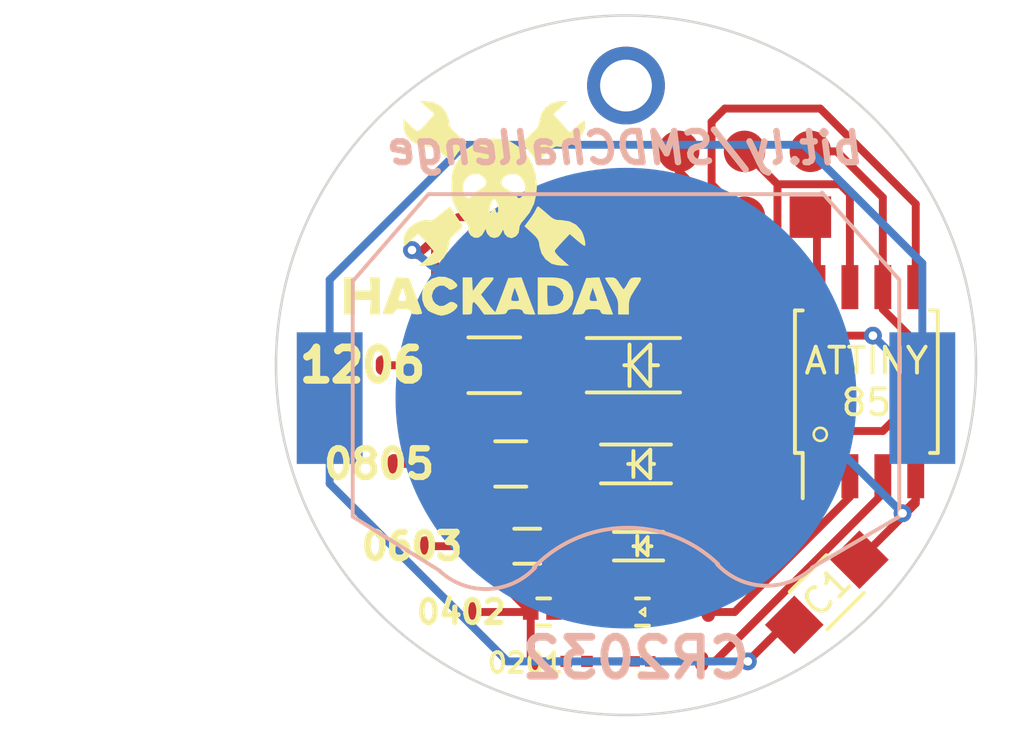
<source format=kicad_pcb>
(kicad_pcb (version 4) (host pcbnew 4.0.7)

  (general
    (links 36)
    (no_connects 0)
    (area 194.094714 78.524714 221.195286 105.625286)
    (thickness 1.6)
    (drawings 16)
    (tracks 117)
    (zones 0)
    (modules 26)
    (nets 14)
  )

  (page USLetter)
  (layers
    (0 F.Cu signal)
    (31 B.Cu signal)
    (34 B.Paste user)
    (35 F.Paste user)
    (36 B.SilkS user hide)
    (37 F.SilkS user)
    (38 B.Mask user)
    (39 F.Mask user)
    (40 Dwgs.User user)
    (44 Edge.Cuts user)
  )

  (setup
    (last_trace_width 0.1524)
    (user_trace_width 0.254)
    (user_trace_width 0.3048)
    (user_trace_width 0.4064)
    (user_trace_width 0.6096)
    (user_trace_width 2.032)
    (trace_clearance 0.1524)
    (zone_clearance 0.508)
    (zone_45_only no)
    (trace_min 0.1524)
    (segment_width 0.254)
    (edge_width 0.1)
    (via_size 0.6858)
    (via_drill 0.3302)
    (via_min_size 0.6858)
    (via_min_drill 0.3302)
    (user_via 1 0.5)
    (uvia_size 0.762)
    (uvia_drill 0.508)
    (uvias_allowed no)
    (uvia_min_size 0.508)
    (uvia_min_drill 0.127)
    (pcb_text_width 0.3)
    (pcb_text_size 1.5 1.5)
    (mod_edge_width 0.15)
    (mod_text_size 1 1)
    (mod_text_width 0.15)
    (pad_size 3 3)
    (pad_drill 2)
    (pad_to_mask_clearance 0)
    (aux_axis_origin 0 0)
    (grid_origin 210.82 95.25)
    (visible_elements 7FFEFBFF)
    (pcbplotparams
      (layerselection 0x010f0_80000001)
      (usegerberextensions true)
      (excludeedgelayer true)
      (linewidth 0.100000)
      (plotframeref false)
      (viasonmask false)
      (mode 1)
      (useauxorigin false)
      (hpglpennumber 1)
      (hpglpenspeed 20)
      (hpglpendiameter 15)
      (hpglpenoverlay 2)
      (psnegative false)
      (psa4output false)
      (plotreference true)
      (plotvalue true)
      (plotinvisibletext false)
      (padsonsilk false)
      (subtractmaskfromsilk false)
      (outputformat 1)
      (mirror false)
      (drillshape 0)
      (scaleselection 1)
      (outputdirectory gerbers/))
  )

  (net 0 "")
  (net 1 GND)
  (net 2 +BATT)
  (net 3 "Net-(CON1-Pad1)")
  (net 4 "Net-(CON1-Pad3)")
  (net 5 "Net-(CON1-Pad4)")
  (net 6 "Net-(CON1-Pad5)")
  (net 7 "Net-(D1-Pad1)")
  (net 8 "Net-(D2-Pad1)")
  (net 9 "Net-(D3-Pad1)")
  (net 10 "Net-(D0-Pad1)")
  (net 11 "Net-(D3-Pad2)")
  (net 12 "Net-(D4-Pad2)")
  (net 13 "Net-(D4-Pad1)")

  (net_class Default "This is the default net class."
    (clearance 0.1524)
    (trace_width 0.1524)
    (via_dia 0.6858)
    (via_drill 0.3302)
    (uvia_dia 0.762)
    (uvia_drill 0.508)
    (add_net +BATT)
    (add_net GND)
    (add_net "Net-(CON1-Pad1)")
    (add_net "Net-(CON1-Pad3)")
    (add_net "Net-(CON1-Pad4)")
    (add_net "Net-(CON1-Pad5)")
    (add_net "Net-(D0-Pad1)")
    (add_net "Net-(D1-Pad1)")
    (add_net "Net-(D2-Pad1)")
    (add_net "Net-(D3-Pad1)")
    (add_net "Net-(D3-Pad2)")
    (add_net "Net-(D4-Pad1)")
    (add_net "Net-(D4-Pad2)")
  )

  (module LED_0201 (layer F.Cu) (tedit 5F401E98) (tstamp 5A2CB0D7)
    (at 208.28 103.505)
    (descr "Resistor SMD 0201, reflow soldering, Vishay (see crcw0201e3.pdf)")
    (tags "resistor 0201")
    (path /58DDCAFF)
    (attr smd)
    (fp_text reference D4 (at 1.016 0.889) (layer F.SilkS) hide
      (effects (font (size 0.7 0.7) (thickness 0.175)))
    )
    (fp_text value LED (at 0 1.7) (layer F.Fab)
      (effects (font (size 1 1) (thickness 0.15)))
    )
    (fp_line (start -0.325 0.175) (end -0.325 -0.175) (layer F.CrtYd) (width 0.05))
    (fp_line (start -0.325 0.175) (end 0.325 0.175) (layer F.CrtYd) (width 0.05))
    (fp_line (start 0.325 0.175) (end 0.325 -0.175) (layer F.CrtYd) (width 0.05))
    (fp_line (start -0.325 -0.175) (end 0.325 -0.175) (layer F.CrtYd) (width 0.05))
    (fp_line (start 0.115 -0.44) (end -0.115 -0.44) (layer F.SilkS) (width 0.15))
    (fp_line (start -0.115 0.44) (end 0.115 0.44) (layer F.SilkS) (width 0.15))
    (pad 1 smd rect (at -0.3 0) (size 0.4 0.4) (layers F.Cu F.Paste F.Mask)
      (net 13 "Net-(D4-Pad1)"))
    (pad 2 smd rect (at 0.3 0) (size 0.4 0.4) (layers F.Cu F.Paste F.Mask)
      (net 12 "Net-(D4-Pad2)"))
    (model Resistors_SMD.3dshapes/R_0201.wrl
      (at (xyz 0 0 0))
      (scale (xyz 1 1 1))
      (rotate (xyz 0 0 0))
    )
  )

  (module LED_0402 (layer F.Cu) (tedit 5F401E93) (tstamp 5A2CB0C5)
    (at 208.28 101.6)
    (descr "Resistor SMD 0402, reflow soldering, Vishay (see dcrcw.pdf)")
    (tags "resistor 0402")
    (path /58D34030)
    (attr smd)
    (fp_text reference D3 (at 1.3 1) (layer F.SilkS) hide
      (effects (font (size 0.8 0.8) (thickness 0.2)))
    )
    (fp_text value LED (at 0 1.8) (layer F.Fab)
      (effects (font (size 1 1) (thickness 0.15)))
    )
    (fp_line (start 0.1 0.15) (end 0.1 -0.15) (layer F.SilkS) (width 0.1))
    (fp_line (start -0.1 0) (end 0.1 0.15) (layer F.SilkS) (width 0.1))
    (fp_line (start -0.1 0) (end 0.1 -0.15) (layer F.SilkS) (width 0.1))
    (fp_line (start -0.95 -0.65) (end 0.95 -0.65) (layer F.CrtYd) (width 0.05))
    (fp_line (start -0.95 0.65) (end 0.95 0.65) (layer F.CrtYd) (width 0.05))
    (fp_line (start -0.95 -0.65) (end -0.95 0.65) (layer F.CrtYd) (width 0.05))
    (fp_line (start 0.95 -0.65) (end 0.95 0.65) (layer F.CrtYd) (width 0.05))
    (fp_line (start 0.25 -0.525) (end -0.25 -0.525) (layer F.SilkS) (width 0.15))
    (fp_line (start -0.25 0.525) (end 0.25 0.525) (layer F.SilkS) (width 0.15))
    (pad 1 smd rect (at -0.5 0) (size 0.7 0.6) (layers F.Cu F.Paste F.Mask)
      (net 9 "Net-(D3-Pad1)"))
    (pad 2 smd rect (at 0.5 0) (size 0.7 0.6) (layers F.Cu F.Paste F.Mask)
      (net 11 "Net-(D3-Pad2)"))
    (model Resistors_SMD.3dshapes/R_0402.wrl
      (at (xyz 0 0 0))
      (scale (xyz 1 1 1))
      (rotate (xyz 0 0 0))
    )
  )

  (module footprints:BATT_CR2032_SMD (layer B.Cu) (tedit 56CFB5D2) (tstamp 5A2CB063)
    (at 207.645 93.345 180)
    (tags battery)
    (path /56CFA61E)
    (fp_text reference BT1 (at 0 -5.08 180) (layer B.SilkS) hide
      (effects (font (size 1.72974 1.08712) (thickness 0.27178)) (justify mirror))
    )
    (fp_text value Battery (at 0 2.54 180) (layer B.SilkS) hide
      (effects (font (size 1.524 1.016) (thickness 0.254)) (justify mirror))
    )
    (fp_line (start -7.1755 -6.5405) (end -10.541 -4.572) (layer B.SilkS) (width 0.15))
    (fp_line (start 7.1755 -6.6675) (end 10.541 -4.572) (layer B.SilkS) (width 0.15))
    (fp_arc (start -5.4229 -4.6355) (end -3.5179 -6.4135) (angle -90) (layer B.SilkS) (width 0.15))
    (fp_arc (start 5.4102 -4.7625) (end 7.1882 -6.6675) (angle -90) (layer B.SilkS) (width 0.15))
    (fp_arc (start -0.0635 -10.033) (end -3.556 -6.4135) (angle -90) (layer B.SilkS) (width 0.15))
    (fp_line (start 7.62 7.874) (end 10.541 4.5085) (layer B.SilkS) (width 0.15))
    (fp_line (start -10.541 4.572) (end -7.5565 7.9375) (layer B.SilkS) (width 0.15))
    (fp_line (start -7.62 7.874) (end 7.62 7.874) (layer B.SilkS) (width 0.15))
    (fp_line (start -10.541 -4.572) (end -10.541 4.572) (layer B.SilkS) (width 0.15))
    (fp_line (start 10.541 -4.572) (end 10.541 4.572) (layer B.SilkS) (width 0.15))
    (fp_circle (center 0 0) (end -10.16 0) (layer Dwgs.User) (width 0.15))
    (pad 2 smd circle (at 0 0 180) (size 17.78 17.78) (layers B.Cu B.Paste B.Mask)
      (net 1 GND))
    (pad 1 smd rect (at -11.43 0 180) (size 2.54 5.08) (layers B.Cu B.Paste B.Mask)
      (net 2 +BATT))
    (pad 1 smd rect (at 11.43 0 180) (size 2.54 5.08) (layers B.Cu B.Paste B.Mask)
      (net 2 +BATT))
  )

  (module footprints:C_1206_HandSoldering (layer F.Cu) (tedit 5902BDF4) (tstamp 5A2CB074)
    (at 215.392 100.838 225)
    (descr "Capacitor SMD 1206, hand soldering")
    (tags "capacitor 1206")
    (path /553FDF53)
    (attr smd)
    (fp_text reference C1 (at 0 0 225) (layer F.SilkS)
      (effects (font (size 1 1) (thickness 0.15)))
    )
    (fp_text value "0.1 uF" (at 0 2.3 225) (layer F.Fab)
      (effects (font (size 1 1) (thickness 0.15)))
    )
    (fp_line (start -3.3 -1.15) (end 3.3 -1.15) (layer F.CrtYd) (width 0.05))
    (fp_line (start -3.3 1.15) (end 3.3 1.15) (layer F.CrtYd) (width 0.05))
    (fp_line (start -3.3 -1.15) (end -3.3 1.15) (layer F.CrtYd) (width 0.05))
    (fp_line (start 3.3 -1.15) (end 3.3 1.15) (layer F.CrtYd) (width 0.05))
    (fp_line (start 1 -1.025) (end -1 -1.025) (layer F.SilkS) (width 0.15))
    (fp_line (start -1 1.025) (end 1 1.025) (layer F.SilkS) (width 0.15))
    (pad 1 smd rect (at -1.778 0 225) (size 1.6 1.6) (layers F.Cu F.Paste F.Mask)
      (net 1 GND))
    (pad 2 smd rect (at 1.778 0 225) (size 1.6 1.6) (layers F.Cu F.Paste F.Mask)
      (net 2 +BATT))
    (model Capacitors_SMD.3dshapes/C_1206.wrl
      (at (xyz 0 0 0))
      (scale (xyz 1 1 1))
      (rotate (xyz 0 0 0))
    )
  )

  (module footprints:AVR-ISP-6 (layer F.Cu) (tedit 5860A6AE) (tstamp 5A2CB07F)
    (at 214.757 83.82 270)
    (descr "6-lead dip package, row spacing 7.62 mm (300 mils)")
    (tags "dil dip 2.54 300")
    (path /58609061)
    (fp_text reference CON1 (at 0 -2.54 270) (layer F.SilkS) hide
      (effects (font (size 1 1) (thickness 0.15)))
    )
    (fp_text value AVR-ISP-6 (at 0 -3.72 270) (layer F.Fab) hide
      (effects (font (size 1 1) (thickness 0.15)))
    )
    (pad 1 smd oval (at 0 0 270) (size 1.6 1.6) (layers F.Cu F.Paste F.Mask)
      (net 3 "Net-(CON1-Pad1)"))
    (pad 2 smd rect (at 2.54 0 270) (size 1.6 1.6) (layers F.Cu F.Paste F.Mask)
      (net 2 +BATT))
    (pad 3 smd oval (at 0 2.54 270) (size 1.6 1.6) (layers F.Cu F.Paste F.Mask)
      (net 4 "Net-(CON1-Pad3)"))
    (pad 4 smd oval (at 2.54 2.54 270) (size 1.6 1.6) (layers F.Cu F.Paste F.Mask)
      (net 5 "Net-(CON1-Pad4)"))
    (pad 5 smd oval (at 0 5.08 270) (size 1.6 1.6) (layers F.Cu F.Paste F.Mask)
      (net 6 "Net-(CON1-Pad5)"))
    (pad 6 smd oval (at 2.54 5.08 270) (size 1.6 1.6) (layers F.Cu F.Paste F.Mask)
      (net 1 GND))
  )

  (module footprints:LED-1206 (layer F.Cu) (tedit 5F401E7F) (tstamp 5A2CB088)
    (at 208.28 92.075)
    (descr "LED 1206 smd package")
    (tags "LED1206 SMD")
    (path /58C49927)
    (attr smd)
    (fp_text reference D0 (at 2.667 1.778) (layer F.SilkS) hide
      (effects (font (size 1.25 1.25) (thickness 0.3125)))
    )
    (fp_text value LED (at 0 2) (layer F.Fab)
      (effects (font (size 1 1) (thickness 0.15)))
    )
    (fp_line (start -0.5 0.7) (end -0.5 0.8) (layer F.SilkS) (width 0.15))
    (fp_line (start -0.5 -0.7) (end -0.5 -0.8) (layer F.SilkS) (width 0.15))
    (fp_line (start 0.3 0) (end 0.6 0) (layer F.SilkS) (width 0.15))
    (fp_line (start 0.3 0.8) (end 0.3 -0.7) (layer F.SilkS) (width 0.15))
    (fp_line (start 0.3 -0.7) (end 0.3 -0.8) (layer F.SilkS) (width 0.15))
    (fp_line (start 0.2 0.7) (end 0.3 0.8) (layer F.SilkS) (width 0.15))
    (fp_line (start 0.2 -0.7) (end 0.3 -0.8) (layer F.SilkS) (width 0.15))
    (fp_line (start -0.7 0) (end -0.5 0) (layer F.SilkS) (width 0.15))
    (fp_line (start -0.5 0.5) (end -0.5 0.7) (layer F.SilkS) (width 0.15))
    (fp_line (start -0.5 -0.5) (end -0.5 -0.7) (layer F.SilkS) (width 0.15))
    (fp_line (start -0.4 0) (end 0.2 0.7) (layer F.SilkS) (width 0.15))
    (fp_line (start 0.2 -0.7) (end -0.4 -0.1) (layer F.SilkS) (width 0.15))
    (fp_line (start -2.15 1.05) (end 1.45 1.05) (layer F.SilkS) (width 0.15))
    (fp_line (start -2.15 -1.05) (end 1.45 -1.05) (layer F.SilkS) (width 0.15))
    (fp_line (start -0.5 -0.5) (end -0.5 0.5) (layer F.SilkS) (width 0.15))
    (fp_line (start 2.5 -1.25) (end -2.5 -1.25) (layer F.CrtYd) (width 0.05))
    (fp_line (start -2.5 -1.25) (end -2.5 1.25) (layer F.CrtYd) (width 0.05))
    (fp_line (start -2.5 1.25) (end 2.5 1.25) (layer F.CrtYd) (width 0.05))
    (fp_line (start 2.5 1.25) (end 2.5 -1.25) (layer F.CrtYd) (width 0.05))
    (pad 2 smd rect (at 1.524 0 180) (size 1.7 1.80086) (layers F.Cu F.Paste F.Mask)
      (net 5 "Net-(CON1-Pad4)"))
    (pad 1 smd rect (at -1.651 0 180) (size 1.7 1.80086) (layers F.Cu F.Paste F.Mask)
      (net 10 "Net-(D0-Pad1)"))
    (model LEDs.3dshapes/LED_1206.wrl
      (at (xyz 0 0 0))
      (scale (xyz 1 1 1))
      (rotate (xyz 0 0 0))
    )
  )

  (module footprints:LED-0805 (layer F.Cu) (tedit 5F401E85) (tstamp 5A2CB0A0)
    (at 208.28 95.885)
    (descr "LED 0805 smd package")
    (tags "LED 0805 SMD")
    (path /58D338E3)
    (attr smd)
    (fp_text reference D1 (at 2.2225 1.4605) (layer F.SilkS) hide
      (effects (font (size 1.2 1.2) (thickness 0.3)))
    )
    (fp_text value LED (at 0 1.75) (layer F.Fab)
      (effects (font (size 1 1) (thickness 0.15)))
    )
    (fp_line (start 0.3 0) (end 0.45 0) (layer F.SilkS) (width 0.15))
    (fp_line (start -0.55 0) (end -0.2 0) (layer F.SilkS) (width 0.15))
    (fp_line (start -0.25 0) (end 0.3 -0.55) (layer F.SilkS) (width 0.15))
    (fp_line (start 0.3 -0.55) (end 0.3 0.55) (layer F.SilkS) (width 0.15))
    (fp_line (start 0.3 0.55) (end -0.25 0) (layer F.SilkS) (width 0.15))
    (fp_line (start -0.35 -0.35) (end -0.35 -0.5) (layer F.SilkS) (width 0.15))
    (fp_line (start -0.35 0.35) (end -0.35 0.5) (layer F.SilkS) (width 0.15))
    (fp_line (start -1.6 0.75) (end 1.1 0.75) (layer F.SilkS) (width 0.15))
    (fp_line (start -1.6 -0.75) (end 1.1 -0.75) (layer F.SilkS) (width 0.15))
    (fp_line (start -0.35 -0.35) (end -0.35 0.35) (layer F.SilkS) (width 0.15))
    (fp_line (start 1.9 -0.95) (end 1.9 0.95) (layer F.CrtYd) (width 0.05))
    (fp_line (start 1.9 0.95) (end -1.9 0.95) (layer F.CrtYd) (width 0.05))
    (fp_line (start -1.9 0.95) (end -1.9 -0.95) (layer F.CrtYd) (width 0.05))
    (fp_line (start -1.9 -0.95) (end 1.9 -0.95) (layer F.CrtYd) (width 0.05))
    (pad 2 smd rect (at 1.143 0 180) (size 1.3 1.19888) (layers F.Cu F.Paste F.Mask)
      (net 3 "Net-(CON1-Pad1)"))
    (pad 1 smd rect (at -1.27 0 180) (size 1.3 1.19888) (layers F.Cu F.Paste F.Mask)
      (net 7 "Net-(D1-Pad1)"))
    (model LEDs.3dshapes/LED-0805.wrl
      (at (xyz 0 0 0))
      (scale (xyz 1 1 1))
      (rotate (xyz 0 0 0))
    )
    (model LEDs.3dshapes/LED_0805.wrl
      (at (xyz 0 0 0))
      (scale (xyz 1 1 1))
      (rotate (xyz 0 0 0))
    )
  )

  (module footprints:LED-0603 (layer F.Cu) (tedit 5F401E8E) (tstamp 5A2CB0B3)
    (at 208.28 99.06)
    (descr "LED 0603 smd package")
    (tags "LED led 0603 SMD smd SMT smt smdled SMDLED smtled SMTLED")
    (path /58D33940)
    (attr smd)
    (fp_text reference D2 (at 1.778 1.0795) (layer F.SilkS) hide
      (effects (font (size 1 1) (thickness 0.25)))
    )
    (fp_text value LED (at 0 1.5) (layer F.Fab)
      (effects (font (size 1 1) (thickness 0.15)))
    )
    (fp_line (start 0.2 0) (end 0.35 0) (layer F.SilkS) (width 0.15))
    (fp_line (start -0.35 0) (end -0.15 0) (layer F.SilkS) (width 0.15))
    (fp_line (start -0.1 0) (end 0.2 -0.35) (layer F.SilkS) (width 0.15))
    (fp_line (start 0.2 -0.35) (end 0.2 0.35) (layer F.SilkS) (width 0.15))
    (fp_line (start 0.2 0.35) (end -0.2 0) (layer F.SilkS) (width 0.15))
    (fp_line (start -0.2 0) (end -0.15 0) (layer F.SilkS) (width 0.15))
    (fp_line (start -0.2 -0.4) (end -0.2 0.35) (layer F.SilkS) (width 0.15))
    (fp_line (start -1.1 0.55) (end 0.8 0.55) (layer F.SilkS) (width 0.15))
    (fp_line (start -1.1 -0.55) (end 0.8 -0.55) (layer F.SilkS) (width 0.15))
    (fp_line (start 1.4 -0.75) (end 1.4 0.75) (layer F.CrtYd) (width 0.05))
    (fp_line (start 1.4 0.75) (end -1.4 0.75) (layer F.CrtYd) (width 0.05))
    (fp_line (start -1.4 0.75) (end -1.4 -0.75) (layer F.CrtYd) (width 0.05))
    (fp_line (start -1.4 -0.75) (end 1.4 -0.75) (layer F.CrtYd) (width 0.05))
    (pad 2 smd rect (at 0.889 0 180) (size 1 0.79756) (layers F.Cu F.Paste F.Mask)
      (net 4 "Net-(CON1-Pad3)"))
    (pad 1 smd rect (at -0.889 0 180) (size 1 0.79756) (layers F.Cu F.Paste F.Mask)
      (net 8 "Net-(D2-Pad1)"))
    (model LEDs.3dshapes/LED_0603.wrl
      (at (xyz 0 0 0))
      (scale (xyz 1 1 1))
      (rotate (xyz 0 0 0))
    )
  )

  (module footprints:SOIJ-8_5.3x5.3mm_Pitch1.27mm (layer F.Cu) (tedit 5902B706) (tstamp 5A2CB0E9)
    (at 216.916 92.71 90)
    (descr "8-Lead Plastic Small Outline (SM) - Medium, 5.28 mm Body [SOIC] (see Microchip Packaging Specification 00000049BS.pdf)")
    (tags "SOIC 1.27")
    (path /58C478D3)
    (attr smd)
    (fp_text reference IC1 (at -1.27 2.159 90) (layer F.SilkS) hide
      (effects (font (size 1 1) (thickness 0.15)))
    )
    (fp_text value IC1 (at 0 3.68 90) (layer F.Fab)
      (effects (font (size 1 1) (thickness 0.15)))
    )
    (fp_circle (center -2.032 -1.778) (end -2.286 -1.778) (layer F.SilkS) (width 0.1))
    (fp_line (start -4.75 -2.95) (end -4.75 2.95) (layer F.CrtYd) (width 0.05))
    (fp_line (start 4.75 -2.95) (end 4.75 2.95) (layer F.CrtYd) (width 0.05))
    (fp_line (start -4.75 -2.95) (end 4.75 -2.95) (layer F.CrtYd) (width 0.05))
    (fp_line (start -4.75 2.95) (end 4.75 2.95) (layer F.CrtYd) (width 0.05))
    (fp_line (start -2.75 -2.755) (end -2.75 -2.455) (layer F.SilkS) (width 0.15))
    (fp_line (start 2.75 -2.755) (end 2.75 -2.455) (layer F.SilkS) (width 0.15))
    (fp_line (start 2.75 2.755) (end 2.75 2.455) (layer F.SilkS) (width 0.15))
    (fp_line (start -2.75 2.755) (end -2.75 2.455) (layer F.SilkS) (width 0.15))
    (fp_line (start -2.75 -2.755) (end 2.75 -2.755) (layer F.SilkS) (width 0.15))
    (fp_line (start -2.75 2.755) (end 2.75 2.755) (layer F.SilkS) (width 0.15))
    (fp_line (start -2.75 -2.455) (end -4.5 -2.455) (layer F.SilkS) (width 0.15))
    (pad 1 smd rect (at -3.65 -1.905 90) (size 1.7 0.65) (layers F.Cu F.Paste F.Mask)
      (net 6 "Net-(CON1-Pad5)"))
    (pad 2 smd rect (at -3.65 -0.635 90) (size 1.7 0.65) (layers F.Cu F.Paste F.Mask)
      (net 11 "Net-(D3-Pad2)"))
    (pad 3 smd rect (at -3.65 0.635 90) (size 1.7 0.65) (layers F.Cu F.Paste F.Mask)
      (net 12 "Net-(D4-Pad2)"))
    (pad 4 smd rect (at -3.65 1.905 90) (size 1.7 0.65) (layers F.Cu F.Paste F.Mask)
      (net 1 GND))
    (pad 5 smd rect (at 3.65 1.905 90) (size 1.7 0.65) (layers F.Cu F.Paste F.Mask)
      (net 5 "Net-(CON1-Pad4)"))
    (pad 6 smd rect (at 3.65 0.635 90) (size 1.7 0.65) (layers F.Cu F.Paste F.Mask)
      (net 3 "Net-(CON1-Pad1)"))
    (pad 7 smd rect (at 3.65 -0.635 90) (size 1.7 0.65) (layers F.Cu F.Paste F.Mask)
      (net 4 "Net-(CON1-Pad3)"))
    (pad 8 smd rect (at 3.65 -1.905 90) (size 1.7 0.65) (layers F.Cu F.Paste F.Mask)
      (net 2 +BATT))
    (model Housings_SOIC.3dshapes/SOIJ-8_5.3x5.3mm_Pitch1.27mm.wrl
      (at (xyz 0 0 0))
      (scale (xyz 1 1 1))
      (rotate (xyz 0 0 0))
    )
  )

  (module footprints:testPad (layer F.Cu) (tedit 5902BD57) (tstamp 5A2CB100)
    (at 212.09 92.075)
    (descr "module 1 pin (ou trou mecanique de percage)")
    (tags DEV)
    (path /5902B2A3)
    (fp_text reference P0 (at -0.0635 0) (layer F.SilkS) hide
      (effects (font (size 0.635 0.635) (thickness 0.127)))
    )
    (fp_text value CONN_01X01 (at 0 0) (layer F.Fab)
      (effects (font (size 0.127 0.127) (thickness 0.03175)))
    )
    (pad 1 smd oval (at 0 0) (size 0.508 0.762) (layers F.Cu F.Paste F.Mask)
      (net 5 "Net-(CON1-Pad4)"))
  )

  (module footprints:testPad (layer F.Cu) (tedit 5902BD57) (tstamp 5A2CB104)
    (at 211.582 95.885)
    (descr "module 1 pin (ou trou mecanique de percage)")
    (tags DEV)
    (path /5902B324)
    (fp_text reference P1 (at -0.0635 0) (layer F.SilkS) hide
      (effects (font (size 0.635 0.635) (thickness 0.127)))
    )
    (fp_text value CONN_01X01 (at 0 0) (layer F.Fab)
      (effects (font (size 0.127 0.127) (thickness 0.03175)))
    )
    (pad 1 smd oval (at 0 0) (size 0.508 0.762) (layers F.Cu F.Paste F.Mask)
      (net 3 "Net-(CON1-Pad1)"))
  )

  (module footprints:testPad (layer F.Cu) (tedit 5902BD57) (tstamp 5A2CB108)
    (at 211.201 99.06)
    (descr "module 1 pin (ou trou mecanique de percage)")
    (tags DEV)
    (path /5902B382)
    (fp_text reference P2 (at -0.0635 0) (layer F.SilkS) hide
      (effects (font (size 0.635 0.635) (thickness 0.127)))
    )
    (fp_text value CONN_01X01 (at 0 0) (layer F.Fab)
      (effects (font (size 0.127 0.127) (thickness 0.03175)))
    )
    (pad 1 smd oval (at 0 0) (size 0.508 0.762) (layers F.Cu F.Paste F.Mask)
      (net 4 "Net-(CON1-Pad3)"))
  )

  (module footprints:testPad (layer F.Cu) (tedit 5902BD57) (tstamp 5A2CB10C)
    (at 210.82 101.6)
    (descr "module 1 pin (ou trou mecanique de percage)")
    (tags DEV)
    (path /5902B3ED)
    (fp_text reference P3 (at -0.0635 0) (layer F.SilkS) hide
      (effects (font (size 0.635 0.635) (thickness 0.127)))
    )
    (fp_text value CONN_01X01 (at 0 0) (layer F.Fab)
      (effects (font (size 0.127 0.127) (thickness 0.03175)))
    )
    (pad 1 smd oval (at 0 0) (size 0.508 0.762) (layers F.Cu F.Paste F.Mask)
      (net 11 "Net-(D3-Pad2)"))
  )

  (module footprints:testPad (layer F.Cu) (tedit 5902BD57) (tstamp 5A2CB110)
    (at 210.566 103.505)
    (descr "module 1 pin (ou trou mecanique de percage)")
    (tags DEV)
    (path /5902B44F)
    (fp_text reference P4 (at -0.0635 0) (layer F.SilkS) hide
      (effects (font (size 0.635 0.635) (thickness 0.127)))
    )
    (fp_text value CONN_01X01 (at 0 0) (layer F.Fab)
      (effects (font (size 0.127 0.127) (thickness 0.03175)))
    )
    (pad 1 smd oval (at 0 0) (size 0.508 0.762) (layers F.Cu F.Paste F.Mask)
      (net 12 "Net-(D4-Pad2)"))
  )

  (module footprints:testPad (layer F.Cu) (tedit 5902BD57) (tstamp 5A2CB114)
    (at 198.247 92.075)
    (descr "module 1 pin (ou trou mecanique de percage)")
    (tags DEV)
    (path /5902AF42)
    (fp_text reference PG0 (at -0.0635 0) (layer F.SilkS) hide
      (effects (font (size 0.635 0.635) (thickness 0.127)))
    )
    (fp_text value CONN_01X01 (at 0 0) (layer F.Fab)
      (effects (font (size 0.127 0.127) (thickness 0.03175)))
    )
    (pad 1 smd oval (at 0 0) (size 0.508 0.762) (layers F.Cu F.Paste F.Mask)
      (net 1 GND))
  )

  (module footprints:testPad (layer F.Cu) (tedit 5902BD57) (tstamp 5A2CB118)
    (at 198.6915 95.885)
    (descr "module 1 pin (ou trou mecanique de percage)")
    (tags DEV)
    (path /5902AFA3)
    (fp_text reference PG1 (at -0.0635 0) (layer F.SilkS) hide
      (effects (font (size 0.635 0.635) (thickness 0.127)))
    )
    (fp_text value CONN_01X01 (at 0 0) (layer F.Fab)
      (effects (font (size 0.127 0.127) (thickness 0.03175)))
    )
    (pad 1 smd oval (at 0 0) (size 0.508 0.762) (layers F.Cu F.Paste F.Mask)
      (net 1 GND))
  )

  (module footprints:testPad (layer F.Cu) (tedit 5902BD57) (tstamp 5A2CB11C)
    (at 199.898 99.06)
    (descr "module 1 pin (ou trou mecanique de percage)")
    (tags DEV)
    (path /5902AFF0)
    (fp_text reference PG2 (at -0.0635 0) (layer F.SilkS) hide
      (effects (font (size 0.635 0.635) (thickness 0.127)))
    )
    (fp_text value CONN_01X01 (at 0 0) (layer F.Fab)
      (effects (font (size 0.127 0.127) (thickness 0.03175)))
    )
    (pad 1 smd oval (at 0 0) (size 0.508 0.762) (layers F.Cu F.Paste F.Mask)
      (net 1 GND))
  )

  (module footprints:testPad (layer F.Cu) (tedit 5902BD57) (tstamp 5A2CB120)
    (at 201.7395 101.6)
    (descr "module 1 pin (ou trou mecanique de percage)")
    (tags DEV)
    (path /5902B040)
    (fp_text reference PG3 (at -0.0635 0) (layer F.SilkS) hide
      (effects (font (size 0.635 0.635) (thickness 0.127)))
    )
    (fp_text value CONN_01X01 (at 0 0) (layer F.Fab)
      (effects (font (size 0.127 0.127) (thickness 0.03175)))
    )
    (pad 1 smd oval (at 0 0) (size 0.508 0.762) (layers F.Cu F.Paste F.Mask)
      (net 1 GND))
  )

  (module footprints:testPad (layer F.Cu) (tedit 5902BD57) (tstamp 5A2CB124)
    (at 204.1525 103.505)
    (descr "module 1 pin (ou trou mecanique de percage)")
    (tags DEV)
    (path /5902B093)
    (fp_text reference PG4 (at -0.0635 0) (layer F.SilkS) hide
      (effects (font (size 0.635 0.635) (thickness 0.127)))
    )
    (fp_text value CONN_01X01 (at 0 0) (layer F.Fab)
      (effects (font (size 0.127 0.127) (thickness 0.03175)))
    )
    (pad 1 smd oval (at 0 0) (size 0.508 0.762) (layers F.Cu F.Paste F.Mask)
      (net 1 GND))
  )

  (module footprints:R_1206 (layer F.Cu) (tedit 5902A5E4) (tstamp 5A2CB128)
    (at 202.565 92.075 180)
    (descr "Resistor SMD 1206, reflow soldering, Vishay (see dcrcw.pdf)")
    (tags "resistor 1206")
    (path /56CEB2B5)
    (attr smd)
    (fp_text reference R0 (at 0 0 180) (layer F.SilkS) hide
      (effects (font (size 1.25 1.25) (thickness 0.2)))
    )
    (fp_text value 330 (at 0 2.3 180) (layer F.Fab)
      (effects (font (size 1 1) (thickness 0.15)))
    )
    (fp_line (start -2.2 -1.2) (end 2.2 -1.2) (layer F.CrtYd) (width 0.05))
    (fp_line (start -2.2 1.2) (end 2.2 1.2) (layer F.CrtYd) (width 0.05))
    (fp_line (start -2.2 -1.2) (end -2.2 1.2) (layer F.CrtYd) (width 0.05))
    (fp_line (start 2.2 -1.2) (end 2.2 1.2) (layer F.CrtYd) (width 0.05))
    (fp_line (start 1 1.075) (end -1 1.075) (layer F.SilkS) (width 0.15))
    (fp_line (start -1 -1.075) (end 1 -1.075) (layer F.SilkS) (width 0.15))
    (pad 1 smd rect (at -1.778 0 180) (size 1.1 1.7) (layers F.Cu F.Paste F.Mask)
      (net 10 "Net-(D0-Pad1)"))
    (pad 2 smd rect (at 1.651 0 180) (size 1.1 1.7) (layers F.Cu F.Paste F.Mask)
      (net 1 GND))
    (model Resistors_SMD.3dshapes/R_1206.wrl
      (at (xyz 0 0 0))
      (scale (xyz 1 1 1))
      (rotate (xyz 0 0 0))
    )
  )

  (module footprints:R_0805 (layer F.Cu) (tedit 58DFDC5C) (tstamp 5A2CB133)
    (at 203.2 95.885 180)
    (descr "Resistor SMD 0805, reflow soldering, Vishay (see dcrcw.pdf)")
    (tags "resistor 0805")
    (path /58D3397B)
    (attr smd)
    (fp_text reference R1 (at 0 0 180) (layer F.SilkS) hide
      (effects (font (size 1 1) (thickness 0.15)))
    )
    (fp_text value 330 (at 0 2.1 180) (layer F.Fab)
      (effects (font (size 1 1) (thickness 0.15)))
    )
    (fp_line (start -1.6 -1) (end 1.6 -1) (layer F.CrtYd) (width 0.05))
    (fp_line (start -1.6 1) (end 1.6 1) (layer F.CrtYd) (width 0.05))
    (fp_line (start -1.6 -1) (end -1.6 1) (layer F.CrtYd) (width 0.05))
    (fp_line (start 1.6 -1) (end 1.6 1) (layer F.CrtYd) (width 0.05))
    (fp_line (start 0.6 0.875) (end -0.6 0.875) (layer F.SilkS) (width 0.15))
    (fp_line (start -0.6 -0.875) (end 0.6 -0.875) (layer F.SilkS) (width 0.15))
    (pad 1 smd rect (at -1.143 0 180) (size 0.9 1.3) (layers F.Cu F.Paste F.Mask)
      (net 7 "Net-(D1-Pad1)"))
    (pad 2 smd rect (at 1.143 0 180) (size 0.9 1.3) (layers F.Cu F.Paste F.Mask)
      (net 1 GND))
    (model Resistors_SMD.3dshapes/R_0805.wrl
      (at (xyz 0 0 0))
      (scale (xyz 1 1 1))
      (rotate (xyz 0 0 0))
    )
  )

  (module footprints:R_0603 (layer F.Cu) (tedit 5902A5F6) (tstamp 5A2CB13E)
    (at 203.835 99.06 180)
    (descr "Resistor SMD 0603, reflow soldering, Vishay (see dcrcw.pdf)")
    (tags "resistor 0603")
    (path /58D339BB)
    (attr smd)
    (fp_text reference R2 (at 0 0 180) (layer F.SilkS) hide
      (effects (font (size 1 1) (thickness 0.15)))
    )
    (fp_text value 330 (at 0 1.9 180) (layer F.Fab)
      (effects (font (size 1 1) (thickness 0.15)))
    )
    (fp_line (start -1.3 -0.8) (end 1.3 -0.8) (layer F.CrtYd) (width 0.05))
    (fp_line (start -1.3 0.8) (end 1.3 0.8) (layer F.CrtYd) (width 0.05))
    (fp_line (start -1.3 -0.8) (end -1.3 0.8) (layer F.CrtYd) (width 0.05))
    (fp_line (start 1.3 -0.8) (end 1.3 0.8) (layer F.CrtYd) (width 0.05))
    (fp_line (start 0.5 0.675) (end -0.5 0.675) (layer F.SilkS) (width 0.15))
    (fp_line (start -0.5 -0.675) (end 0.5 -0.675) (layer F.SilkS) (width 0.15))
    (pad 1 smd rect (at -0.889 0 180) (size 0.7 0.9) (layers F.Cu F.Paste F.Mask)
      (net 8 "Net-(D2-Pad1)"))
    (pad 2 smd rect (at 1.016 0 180) (size 0.7 0.9) (layers F.Cu F.Paste F.Mask)
      (net 1 GND))
    (model Resistors_SMD.3dshapes/R_0603.wrl
      (at (xyz 0 0 0))
      (scale (xyz 1 1 1))
      (rotate (xyz 0 0 0))
    )
  )

  (module footprints:R_0402 (layer F.Cu) (tedit 58DFDC4A) (tstamp 5A2CB149)
    (at 204.47 101.6 180)
    (descr "Resistor SMD 0402, reflow soldering, Vishay (see dcrcw.pdf)")
    (tags "resistor 0402")
    (path /58D3406E)
    (attr smd)
    (fp_text reference R3 (at 0 0 180) (layer Dwgs.User) hide
      (effects (font (size 1 1) (thickness 0.15)))
    )
    (fp_text value 330 (at 0 1.8 180) (layer F.Fab)
      (effects (font (size 1 1) (thickness 0.15)))
    )
    (fp_line (start -0.95 -0.65) (end 0.95 -0.65) (layer F.CrtYd) (width 0.05))
    (fp_line (start -0.95 0.65) (end 0.95 0.65) (layer F.CrtYd) (width 0.05))
    (fp_line (start -0.95 -0.65) (end -0.95 0.65) (layer F.CrtYd) (width 0.05))
    (fp_line (start 0.95 -0.65) (end 0.95 0.65) (layer F.CrtYd) (width 0.05))
    (fp_line (start 0.25 -0.525) (end -0.25 -0.525) (layer F.SilkS) (width 0.15))
    (fp_line (start -0.25 0.525) (end 0.25 0.525) (layer F.SilkS) (width 0.15))
    (pad 1 smd rect (at -0.4 0 180) (size 0.6 0.6) (layers F.Cu F.Paste F.Mask)
      (net 9 "Net-(D3-Pad1)"))
    (pad 2 smd rect (at 0.5 0 180) (size 0.6 0.6) (layers F.Cu F.Paste F.Mask)
      (net 1 GND))
    (model Resistors_SMD.3dshapes/R_0402.wrl
      (at (xyz 0 0 0))
      (scale (xyz 1 1 1))
      (rotate (xyz 0 0 0))
    )
  )

  (module footprints:R_0201 (layer F.Cu) (tedit 5A2C7C82) (tstamp 5A2CB154)
    (at 205.74 103.505 180)
    (descr "Resistor SMD 0201, reflow soldering, Vishay (see crcw0201e3.pdf)")
    (tags "resistor 0201")
    (path /58DDCB43)
    (attr smd)
    (fp_text reference R4 (at 1.397 0.762 180) (layer F.SilkS) hide
      (effects (font (size 0.762 0.762) (thickness 0.15)))
    )
    (fp_text value 330 (at 0 1.7 180) (layer F.Fab)
      (effects (font (size 1 1) (thickness 0.15)))
    )
    (fp_line (start 0.35 -0.175) (end 0.35 0.175) (layer F.CrtYd) (width 0.05))
    (fp_line (start -0.325 -0.25) (end 0.325 -0.25) (layer F.CrtYd) (width 0.05))
    (fp_line (start -0.325 0.25) (end 0.325 0.25) (layer F.CrtYd) (width 0.05))
    (fp_line (start -0.35 -0.175) (end -0.35 0.175) (layer F.CrtYd) (width 0.05))
    (fp_line (start 0.115 -0.44) (end -0.115 -0.44) (layer F.SilkS) (width 0.15))
    (fp_line (start -0.115 0.44) (end 0.115 0.44) (layer F.SilkS) (width 0.15))
    (pad 1 smd rect (at -0.4 0 180) (size 0.45 0.43) (layers F.Cu F.Paste F.Mask)
      (net 13 "Net-(D4-Pad1)"))
    (pad 2 smd rect (at 0.4 0 180) (size 0.45 0.43) (layers F.Cu F.Paste F.Mask)
      (net 1 GND))
    (model Resistors_SMD.3dshapes/R_0201.wrl
      (at (xyz 0 0 0))
      (scale (xyz 1 1 1))
      (rotate (xyz 0 0 0))
    )
  )

  (module footprints:Pin_Header_Straight_1x01 (layer F.Cu) (tedit 5A2CB1FD) (tstamp 5A2CB193)
    (at 207.645 81.28)
    (descr "Through hole pin header")
    (tags "pin header")
    (path /5860AE9A)
    (fp_text reference P5 (at -0.6 -0.5) (layer F.SilkS) hide
      (effects (font (size 0.127 0.127) (thickness 0.03175)))
    )
    (fp_text value CONN_01X01 (at 0 0.9) (layer F.Fab)
      (effects (font (size 0.127 0.127) (thickness 0.03175)))
    )
    (pad 1 thru_hole circle (at 0 0) (size 3 3) (drill 2) (layers *.Cu *.Mask))
  )

  (module footprints:Hackaday_logo (layer F.Cu) (tedit 0) (tstamp 5F4052FC)
    (at 202.52 86.25)
    (fp_text reference G*** (at 0 0) (layer F.SilkS) hide
      (effects (font (thickness 0.3)))
    )
    (fp_text value LOGO (at 0.75 0) (layer F.SilkS) hide
      (effects (font (thickness 0.3)))
    )
    (fp_poly (pts (xy -1.848559 2.418153) (xy -1.61031 2.510834) (xy -1.525496 2.571937) (xy -1.411259 2.680312)
      (xy -1.382078 2.755911) (xy -1.437383 2.82065) (xy -1.517833 2.86701) (xy -1.624911 2.913186)
      (xy -1.692922 2.9012) (xy -1.754306 2.842915) (xy -1.895571 2.751425) (xy -2.055211 2.745509)
      (xy -2.206494 2.819701) (xy -2.317413 2.958027) (xy -2.369379 3.152162) (xy -2.321176 3.333724)
      (xy -2.225007 3.452994) (xy -2.068151 3.543314) (xy -1.900877 3.532754) (xy -1.763296 3.453737)
      (xy -1.656104 3.386865) (xy -1.562196 3.38763) (xy -1.502445 3.411091) (xy -1.407153 3.473242)
      (xy -1.3716 3.529899) (xy -1.414168 3.620934) (xy -1.522114 3.723983) (xy -1.665801 3.815077)
      (xy -1.782231 3.862013) (xy -1.9208 3.897787) (xy -2.021979 3.903963) (xy -2.134594 3.878128)
      (xy -2.248382 3.83899) (xy -2.393196 3.778081) (xy -2.504977 3.715436) (xy -2.518431 3.70522)
      (xy -2.653537 3.532149) (xy -2.72697 3.308238) (xy -2.737425 3.064372) (xy -2.683594 2.831436)
      (xy -2.564167 2.640314) (xy -2.563547 2.639665) (xy -2.350777 2.484239) (xy -2.103915 2.409845)
      (xy -1.848559 2.418153)) (layer F.SilkS) (width 0.01))
    (fp_poly (pts (xy -4.3688 2.4384) (xy -4.3688 3.8608) (xy -4.7498 3.860938) (xy -4.732399 3.581469)
      (xy -4.714997 3.302) (xy -5.334 3.302) (xy -5.334 3.8608) (xy -5.7404 3.8608)
      (xy -5.7404 2.4384) (xy -5.334 2.4384) (xy -5.334 2.9464) (xy -4.714595 2.9464)
      (xy -4.732198 2.692368) (xy -4.7498 2.438336) (xy -4.3688 2.4384)) (layer F.SilkS) (width 0.01))
    (fp_poly (pts (xy -3.242919 2.4638) (xy -2.99306 3.119058) (xy -2.902127 3.360512) (xy -2.825991 3.568355)
      (xy -2.771302 3.723999) (xy -2.744708 3.808856) (xy -2.7432 3.817558) (xy -2.788236 3.84483)
      (xy -2.900517 3.85981) (xy -2.942977 3.8608) (xy -3.084479 3.847759) (xy -3.15616 3.800049)
      (xy -3.175 3.7592) (xy -3.210082 3.699444) (xy -3.284204 3.668642) (xy -3.424126 3.658108)
      (xy -3.48798 3.6576) (xy -3.653846 3.663141) (xy -3.744714 3.685556) (xy -3.786856 3.73353)
      (xy -3.795281 3.7592) (xy -3.832177 3.82433) (xy -3.916623 3.85437) (xy -4.04996 3.8608)
      (xy -4.188722 3.855553) (xy -4.247375 3.833279) (xy -4.247156 3.784178) (xy -4.242569 3.7719)
      (xy -4.212066 3.692368) (xy -4.154134 3.53869) (xy -4.076696 3.331971) (xy -4.070255 3.314701)
      (xy -3.647776 3.314701) (xy -3.601505 3.348005) (xy -3.510708 3.3528) (xy -3.395416 3.336901)
      (xy -3.356962 3.281167) (xy -3.356665 3.2639) (xy -3.376587 3.157816) (xy -3.42022 3.015651)
      (xy -3.426964 2.9972) (xy -3.493398 2.8194) (xy -3.549694 2.96134) (xy -3.603355 3.112675)
      (xy -3.637302 3.22804) (xy -3.647776 3.314701) (xy -4.070255 3.314701) (xy -3.987675 3.093315)
      (xy -3.974658 3.058339) (xy -3.742249 2.433678) (xy -3.242919 2.4638)) (layer F.SilkS) (width 0.01))
    (fp_poly (pts (xy 1.226244 2.804632) (xy 1.315499 3.048677) (xy 1.414254 3.314856) (xy 1.490668 3.5179)
      (xy 1.621046 3.8608) (xy 1.400648 3.8608) (xy 1.254657 3.85121) (xy 1.180393 3.814562)
      (xy 1.15368 3.7592) (xy 1.122808 3.699695) (xy 1.052828 3.66893) (xy 0.917468 3.658219)
      (xy 0.846379 3.6576) (xy 0.679415 3.663432) (xy 0.586916 3.68672) (xy 0.542122 3.736149)
      (xy 0.5334 3.7592) (xy 0.507301 3.809343) (xy 0.453712 3.839722) (xy 0.351012 3.85515)
      (xy 0.17758 3.860442) (xy 0.077103 3.8608) (xy -0.346947 3.8608) (xy -0.533564 3.606577)
      (xy -0.637461 3.47852) (xy -0.722689 3.397544) (xy -0.766491 3.380975) (xy -0.794597 3.444956)
      (xy -0.811036 3.572527) (xy -0.8128 3.635198) (xy -0.816751 3.774464) (xy -0.843227 3.839964)
      (xy -0.914162 3.85953) (xy -0.9906 3.8608) (xy -1.1684 3.8608) (xy -1.1684 2.4384)
      (xy -0.81811 2.4384) (xy -0.7874 2.970426) (xy -0.592574 2.704413) (xy -0.482121 2.560035)
      (xy -0.398568 2.480329) (xy -0.311347 2.446175) (xy -0.189893 2.438459) (xy -0.167254 2.4384)
      (xy -0.059965 2.437751) (xy 0.003023 2.445254) (xy 0.018113 2.475084) (xy -0.018293 2.541415)
      (xy -0.109792 2.658421) (xy -0.259982 2.840276) (xy -0.273379 2.85652) (xy -0.471454 3.096841)
      (xy -0.198463 3.455927) (xy -0.076448 3.610049) (xy 0.021263 3.721508) (xy 0.080286 3.774458)
      (xy 0.090664 3.774406) (xy 0.113724 3.714145) (xy 0.165498 3.577754) (xy 0.238815 3.384155)
      (xy 0.271069 3.29886) (xy 0.693554 3.29886) (xy 0.698718 3.323384) (xy 0.766006 3.344685)
      (xy 0.875489 3.3528) (xy 0.976958 3.342694) (xy 1.001208 3.296324) (xy 0.987742 3.2385)
      (xy 0.942641 3.10633) (xy 0.891765 2.971966) (xy 0.830891 2.819733) (xy 0.750097 3.056851)
      (xy 0.708849 3.199337) (xy 0.693554 3.29886) (xy 0.271069 3.29886) (xy 0.326502 3.152272)
      (xy 0.346707 3.0988) (xy 0.586616 2.4638) (xy 1.0922 2.434264) (xy 1.226244 2.804632)) (layer F.SilkS) (width 0.01))
    (fp_poly (pts (xy 2.1717 2.438589) (xy 2.480205 2.454094) (xy 2.708502 2.505089) (xy 2.873955 2.598753)
      (xy 2.993931 2.742261) (xy 3.020133 2.78923) (xy 3.085529 3.004305) (xy 3.09048 3.246866)
      (xy 3.036071 3.469727) (xy 3.003007 3.534665) (xy 2.870707 3.688396) (xy 2.685433 3.790302)
      (xy 2.432642 3.84587) (xy 2.138622 3.8608) (xy 1.7272 3.8608) (xy 1.7272 2.7432)
      (xy 2.0828 2.7432) (xy 2.0828 3.115733) (xy 2.087672 3.302357) (xy 2.100518 3.447913)
      (xy 2.118678 3.523733) (xy 2.1209 3.526599) (xy 2.199358 3.547165) (xy 2.329037 3.536047)
      (xy 2.467426 3.500765) (xy 2.572014 3.448837) (xy 2.575224 3.446245) (xy 2.69097 3.298106)
      (xy 2.720735 3.135878) (xy 2.674252 2.979546) (xy 2.561255 2.849095) (xy 2.391479 2.764513)
      (xy 2.232809 2.7432) (xy 2.0828 2.7432) (xy 1.7272 2.7432) (xy 1.7272 2.4384)
      (xy 2.1717 2.438589)) (layer F.SilkS) (width 0.01))
    (fp_poly (pts (xy 4.200429 2.728224) (xy 4.271326 2.921283) (xy 4.360387 3.162372) (xy 4.450194 3.404355)
      (xy 4.4641 3.4417) (xy 4.620244 3.8608) (xy 4.398847 3.8608) (xy 4.252525 3.851311)
      (xy 4.17799 3.815009) (xy 4.15088 3.7592) (xy 4.120008 3.699695) (xy 4.050028 3.66893)
      (xy 3.914668 3.658219) (xy 3.843579 3.6576) (xy 3.676615 3.663432) (xy 3.584116 3.68672)
      (xy 3.539322 3.736149) (xy 3.5306 3.7592) (xy 3.487263 3.825842) (xy 3.394271 3.855607)
      (xy 3.277923 3.8608) (xy 3.057493 3.8608) (xy 3.277168 3.288731) (xy 3.717242 3.288731)
      (xy 3.766058 3.340608) (xy 3.8608 3.3528) (xy 3.967906 3.348053) (xy 4.013191 3.33662)
      (xy 4.0132 3.336449) (xy 3.998237 3.283292) (xy 3.959904 3.164863) (xy 3.928367 3.071129)
      (xy 3.843535 2.82216) (xy 3.779832 2.99858) (xy 3.72311 3.180308) (xy 3.717242 3.288731)
      (xy 3.277168 3.288731) (xy 3.593943 2.4638) (xy 3.843423 2.448824) (xy 4.092903 2.433849)
      (xy 4.200429 2.728224)) (layer F.SilkS) (width 0.01))
    (fp_poly (pts (xy 5.627033 2.439281) (xy 5.687381 2.451402) (xy 5.704642 2.488975) (xy 5.676209 2.566211)
      (xy 5.599478 2.697324) (xy 5.471844 2.896525) (xy 5.43054 2.960389) (xy 5.321857 3.139997)
      (xy 5.26177 3.280994) (xy 5.236597 3.425047) (xy 5.2324 3.563875) (xy 5.2324 3.8608)
      (xy 4.826 3.8608) (xy 4.825993 3.5687) (xy 4.820608 3.419166) (xy 4.79699 3.295476)
      (xy 4.743926 3.167239) (xy 4.650205 3.004065) (xy 4.571993 2.880181) (xy 4.461157 2.704906)
      (xy 4.374828 2.564034) (xy 4.325224 2.477722) (xy 4.318 2.461081) (xy 4.363136 2.446906)
      (xy 4.475956 2.438995) (xy 4.52245 2.4384) (xy 4.648331 2.446534) (xy 4.732974 2.486158)
      (xy 4.810594 2.580106) (xy 4.86498 2.667) (xy 4.948012 2.795422) (xy 5.012119 2.878356)
      (xy 5.03447 2.8956) (xy 5.074055 2.854682) (xy 5.14096 2.75001) (xy 5.187153 2.667)
      (xy 5.265495 2.531263) (xy 5.33535 2.463698) (xy 5.431762 2.440674) (xy 5.5262 2.4384)
      (xy 5.627033 2.439281)) (layer F.SilkS) (width 0.01))
    (fp_poly (pts (xy -1.640946 -0.273594) (xy -1.601475 -0.19891) (xy -1.519746 -0.067207) (xy -1.412488 0.095808)
      (xy -1.296429 0.26443) (xy -1.235573 0.349334) (xy -1.193104 0.414383) (xy -1.186908 0.46807)
      (xy -1.228156 0.532029) (xy -1.328023 0.627896) (xy -1.422486 0.711275) (xy -1.570623 0.848268)
      (xy -1.65609 0.952899) (xy -1.697307 1.054015) (xy -1.711682 1.164122) (xy -1.77634 1.459758)
      (xy -1.920383 1.698201) (xy -2.133404 1.869796) (xy -2.404993 1.964886) (xy -2.592372 1.9812)
      (xy -2.852988 1.9812) (xy -2.569494 1.722102) (xy -2.434033 1.593972) (xy -2.334505 1.49157)
      (xy -2.289338 1.434044) (xy -2.288397 1.430002) (xy -2.32165 1.380143) (xy -2.408389 1.275275)
      (xy -2.532575 1.134469) (xy -2.589751 1.071693) (xy -2.888708 0.746387) (xy -3.429 1.233237)
      (xy -3.445368 1.067795) (xy -3.437809 0.899185) (xy -3.401008 0.755742) (xy -3.278552 0.567052)
      (xy -3.093176 0.404844) (xy -2.873602 0.285209) (xy -2.648556 0.224239) (xy -2.466777 0.232392)
      (xy -2.390216 0.236916) (xy -2.302675 0.204038) (xy -2.184414 0.12255) (xy -2.015691 -0.018755)
      (xy -1.999555 -0.032863) (xy -1.847994 -0.158078) (xy -1.726769 -0.244021) (xy -1.653704 -0.278726)
      (xy -1.640946 -0.273594)) (layer F.SilkS) (width 0.01))
    (fp_poly (pts (xy 1.778072 -0.273341) (xy 1.881595 -0.189931) (xy 2.019816 -0.071022) (xy 2.054969 -0.039865)
      (xy 2.21054 0.094537) (xy 2.324304 0.173951) (xy 2.428327 0.213137) (xy 2.554677 0.226856)
      (xy 2.63866 0.22881) (xy 2.944914 0.27577) (xy 3.197966 0.405181) (xy 3.389665 0.612771)
      (xy 3.398783 0.627206) (xy 3.457981 0.750297) (xy 3.507746 0.90021) (xy 3.541594 1.047664)
      (xy 3.553041 1.163377) (xy 3.535604 1.218067) (xy 3.529869 1.2192) (xy 3.474374 1.188449)
      (xy 3.365825 1.107687) (xy 3.227332 0.994146) (xy 3.222222 0.989786) (xy 2.95369 0.760372)
      (xy 2.683345 1.045542) (xy 2.548658 1.190914) (xy 2.440361 1.313869) (xy 2.378943 1.391029)
      (xy 2.374786 1.397648) (xy 2.390812 1.471782) (xy 2.494688 1.596588) (xy 2.628786 1.722173)
      (xy 2.921 1.979762) (xy 2.667 1.979324) (xy 2.477005 1.961719) (xy 2.298507 1.917939)
      (xy 2.244325 1.895766) (xy 2.022325 1.73224) (xy 1.866328 1.502266) (xy 1.790256 1.226634)
      (xy 1.789188 1.21617) (xy 1.768835 1.075927) (xy 1.727491 0.968712) (xy 1.646533 0.8632)
      (xy 1.507336 0.728067) (xy 1.488998 0.711263) (xy 1.213093 0.459102) (xy 1.391509 0.225437)
      (xy 1.504069 0.06701) (xy 1.598452 -0.084808) (xy 1.635563 -0.156514) (xy 1.688721 -0.258857)
      (xy 1.728028 -0.304631) (xy 1.72946 -0.3048) (xy 1.778072 -0.273341)) (layer F.SilkS) (width 0.01))
    (fp_poly (pts (xy 0.330034 -2.904897) (xy 0.63562 -2.819042) (xy 0.684475 -2.796662) (xy 1.029131 -2.572892)
      (xy 1.307111 -2.279441) (xy 1.512759 -1.927865) (xy 1.640418 -1.529719) (xy 1.684429 -1.096559)
      (xy 1.664585 -0.794639) (xy 1.575761 -0.408311) (xy 1.411349 -0.074054) (xy 1.21215 0.179563)
      (xy 1.081979 0.334924) (xy 1.01842 0.453407) (xy 1.007845 0.560453) (xy 1.007889 0.560874)
      (xy 0.979213 0.716806) (xy 0.878794 0.844224) (xy 0.735225 0.910958) (xy 0.693673 0.9144)
      (xy 0.553844 0.8696) (xy 0.444508 0.758849) (xy 0.402274 0.630999) (xy 0.390925 0.583415)
      (xy 0.359303 0.624369) (xy 0.334357 0.677682) (xy 0.26616 0.795792) (xy 0.198783 0.867404)
      (xy 0.046043 0.912745) (xy -0.101227 0.871682) (xy -0.216874 0.757285) (xy -0.266294 0.635)
      (xy -0.286476 0.56228) (xy -0.308778 0.583783) (xy -0.33006 0.635) (xy -0.437194 0.810705)
      (xy -0.573418 0.900808) (xy -0.723407 0.90039) (xy -0.868572 0.807828) (xy -0.949289 0.673895)
      (xy -0.949495 0.567085) (xy -0.950817 0.467818) (xy -1.003777 0.360525) (xy -1.122028 0.217924)
      (xy -1.126875 0.212654) (xy -1.266584 0.035742) (xy -1.378081 -0.138617) (xy -0.137838 -0.138617)
      (xy -0.127856 -0.061313) (xy -0.113179 -0.0508) (xy -0.061769 -0.093311) (xy -0.034745 -0.157512)
      (xy 0.01244 -0.226056) (xy 0.070425 -0.214664) (xy 0.101417 -0.132624) (xy 0.1016 -0.124002)
      (xy 0.130003 -0.058346) (xy 0.1524 -0.0508) (xy 0.192736 -0.094239) (xy 0.199899 -0.206484)
      (xy 0.174224 -0.360427) (xy 0.14743 -0.44962) (xy 0.086695 -0.575653) (xy 0.025354 -0.601368)
      (xy -0.039996 -0.528008) (xy -0.044504 -0.519765) (xy -0.091259 -0.401324) (xy -0.124005 -0.263115)
      (xy -0.137838 -0.138617) (xy -1.378081 -0.138617) (xy -1.401975 -0.175981) (xy -1.465052 -0.295903)
      (xy -1.529662 -0.446643) (xy -1.569924 -0.585075) (xy -1.591346 -0.743649) (xy -1.599435 -0.954811)
      (xy -1.599938 -1.045286) (xy -1.1684 -1.045286) (xy -1.146485 -0.867073) (xy -1.090061 -0.726816)
      (xy -1.013113 -0.63848) (xy -0.929627 -0.616031) (xy -0.853587 -0.673433) (xy -0.833263 -0.710612)
      (xy -0.762369 -0.792603) (xy -0.634808 -0.885497) (xy -0.562019 -0.926512) (xy -0.374608 -1.038659)
      (xy -0.278326 -1.144016) (xy -0.276078 -1.162751) (xy 0.324278 -1.162751) (xy 0.400668 -1.051171)
      (xy 0.564452 -0.947217) (xy 0.651805 -0.907197) (xy 0.798167 -0.825477) (xy 0.887774 -0.737602)
      (xy 0.899749 -0.710938) (xy 0.955219 -0.623272) (xy 1.043043 -0.627032) (xy 1.129472 -0.6985)
      (xy 1.227148 -0.879415) (xy 1.243431 -1.08588) (xy 1.182811 -1.289158) (xy 1.049776 -1.460513)
      (xy 1.004986 -1.495517) (xy 0.841461 -1.559135) (xy 0.659249 -1.555092) (xy 0.490072 -1.492802)
      (xy 0.365655 -1.381678) (xy 0.325263 -1.293817) (xy 0.324278 -1.162751) (xy -0.276078 -1.162751)
      (xy -0.26483 -1.256488) (xy -0.3048 -1.355266) (xy -0.432035 -1.497265) (xy -0.592737 -1.561026)
      (xy -0.765914 -1.554086) (xy -0.930575 -1.483977) (xy -1.06573 -1.358236) (xy -1.150385 -1.184395)
      (xy -1.1684 -1.045286) (xy -1.599938 -1.045286) (xy -1.6002 -1.0922) (xy -1.596928 -1.340744)
      (xy -1.583256 -1.520837) (xy -1.553398 -1.665524) (xy -1.501571 -1.807848) (xy -1.457922 -1.905)
      (xy -1.245685 -2.254698) (xy -0.966597 -2.553902) (xy -0.643305 -2.778453) (xy -0.635 -2.782824)
      (xy -0.343105 -2.886391) (xy -0.008818 -2.927214) (xy 0.330034 -2.904897)) (layer F.SilkS) (width 0.01))
    (fp_poly (pts (xy -2.301288 -4.325332) (xy -2.049702 -4.196124) (xy -1.916665 -4.068598) (xy -1.821592 -3.923606)
      (xy -1.743547 -3.74865) (xy -1.694982 -3.579234) (xy -1.688349 -3.450866) (xy -1.693515 -3.432275)
      (xy -1.668224 -3.37356) (xy -1.580396 -3.268883) (xy -1.446226 -3.136496) (xy -1.372491 -3.070523)
      (xy -1.027569 -2.771048) (xy -1.23009 -2.541224) (xy -1.354429 -2.39043) (xy -1.459359 -2.246409)
      (xy -1.50501 -2.1717) (xy -1.561729 -2.074196) (xy -1.598514 -2.032044) (xy -1.599077 -2.032)
      (xy -1.643981 -2.06354) (xy -1.746163 -2.148042) (xy -1.887534 -2.270335) (xy -1.966072 -2.33985)
      (xy -2.138259 -2.48864) (xy -2.259016 -2.577689) (xy -2.349079 -2.618771) (xy -2.429188 -2.623661)
      (xy -2.457979 -2.619144) (xy -2.695079 -2.620258) (xy -2.940762 -2.700235) (xy -3.165667 -2.843692)
      (xy -3.340437 -3.035241) (xy -3.380025 -3.102329) (xy -3.428823 -3.249201) (xy -3.453619 -3.426558)
      (xy -3.4544 -3.458829) (xy -3.454401 -3.671504) (xy -3.202577 -3.435952) (xy -3.069801 -3.3172)
      (xy -2.964053 -3.232558) (xy -2.908354 -3.2004) (xy -2.853169 -3.235866) (xy -2.750196 -3.329931)
      (xy -2.617819 -3.464098) (xy -2.474423 -3.619872) (xy -2.362362 -3.749733) (xy -2.264403 -3.867266)
      (xy -2.541902 -4.115834) (xy -2.8194 -4.364402) (xy -2.601869 -4.366601) (xy -2.301288 -4.325332)) (layer F.SilkS) (width 0.01))
    (fp_poly (pts (xy 2.8702 -4.364927) (xy 2.599792 -4.112713) (xy 2.329384 -3.860498) (xy 2.644034 -3.50646)
      (xy 2.958684 -3.152423) (xy 3.244642 -3.407881) (xy 3.390856 -3.5347) (xy 3.479488 -3.598603)
      (xy 3.525848 -3.607451) (xy 3.545244 -3.569107) (xy 3.546317 -3.562804) (xy 3.535405 -3.326913)
      (xy 3.441868 -3.098589) (xy 3.284217 -2.895092) (xy 3.080963 -2.73368) (xy 2.850617 -2.631612)
      (xy 2.611691 -2.606146) (xy 2.532717 -2.6178) (xy 2.451707 -2.626277) (xy 2.371712 -2.605076)
      (xy 2.271727 -2.542576) (xy 2.130747 -2.427156) (xy 2.033292 -2.341503) (xy 1.878501 -2.205883)
      (xy 1.754009 -2.10047) (xy 1.67785 -2.040356) (xy 1.663477 -2.032) (xy 1.629252 -2.072517)
      (xy 1.584085 -2.158909) (xy 1.518552 -2.264595) (xy 1.408617 -2.40716) (xy 1.309799 -2.52065)
      (xy 1.093338 -2.755484) (xy 1.43104 -3.066842) (xy 1.594461 -3.221721) (xy 1.696735 -3.335127)
      (xy 1.753929 -3.431615) (xy 1.782115 -3.535741) (xy 1.792494 -3.619176) (xy 1.866206 -3.89246)
      (xy 2.019621 -4.115082) (xy 2.238207 -4.274361) (xy 2.507436 -4.357617) (xy 2.649277 -4.366864)
      (xy 2.8702 -4.364927)) (layer F.SilkS) (width 0.01))
  )

  (dimension 8.255 (width 0.3) (layer Dwgs.User)
    (gr_text "8.255 mm" (at 189.785 86.0425 90) (layer Dwgs.User)
      (effects (font (size 1.5 1.5) (thickness 0.3)))
    )
    (feature1 (pts (xy 197.485 81.915) (xy 188.435 81.915)))
    (feature2 (pts (xy 197.485 90.17) (xy 188.435 90.17)))
    (crossbar (pts (xy 191.135 90.17) (xy 191.135 81.915)))
    (arrow1a (pts (xy 191.135 81.915) (xy 191.721421 83.041504)))
    (arrow1b (pts (xy 191.135 81.915) (xy 190.548579 83.041504)))
    (arrow2a (pts (xy 191.135 90.17) (xy 191.721421 89.043496)))
    (arrow2b (pts (xy 191.135 90.17) (xy 190.548579 89.043496)))
  )
  (gr_text bit.ly/SMDChallenge (at 207.645 83.693) (layer B.SilkS)
    (effects (font (size 1.2 1.2) (thickness 0.25) italic) (justify mirror))
  )
  (gr_line (start 208.026 106.68) (end 208.026 87.376) (angle 90) (layer Dwgs.User) (width 0.254))
  (gr_text 0201 (at 203.7715 103.5685) (layer F.SilkS)
    (effects (font (size 0.762 0.762) (thickness 0.15)))
  )
  (gr_text CR2032 (at 208.026 103.378) (layer B.SilkS)
    (effects (font (size 1.5 1.5) (thickness 0.3)) (justify mirror))
  )
  (gr_text 0402 (at 201.295 101.6) (layer F.SilkS)
    (effects (font (size 0.889 0.889) (thickness 0.2)))
  )
  (gr_text 0603 (at 199.39 99.06) (layer F.SilkS)
    (effects (font (size 1 1) (thickness 0.25)))
  )
  (gr_text 0805 (at 198.12 95.885) (layer F.SilkS)
    (effects (font (size 1.1 1.1) (thickness 0.25)))
  )
  (gr_text 1206 (at 197.485 92.075) (layer F.SilkS)
    (effects (font (size 1.25 1.25) (thickness 0.3)))
  )
  (gr_line (start 207.645 92.71) (end 207.645 78.105) (angle 90) (layer Dwgs.User) (width 0.254))
  (gr_line (start 222.885 92.71) (end 207.645 92.71) (angle 90) (layer Dwgs.User) (width 0.254))
  (gr_line (start 207.645 92.71) (end 222.885 92.71) (angle 90) (layer Dwgs.User) (width 0.254))
  (gr_circle (center 207.645 93.345) (end 202.565 85.725) (layer Dwgs.User) (width 0.254))
  (gr_circle (center 207.645 92.075) (end 197.485 83.185) (layer Edge.Cuts) (width 0.1))
  (gr_text "ATTINY\n85" (at 216.916 92.71) (layer F.SilkS)
    (effects (font (size 1 1) (thickness 0.15)))
  )
  (gr_line (start 202.32 86.75) (end 219.82 104.25) (angle 90) (layer Dwgs.User) (width 0.1))

  (segment (start 204.1525 103.505) (end 205.34 103.505) (width 0.3048) (layer F.Cu) (net 1))
  (segment (start 203.97 101.6) (end 203.97 103.3225) (width 0.3048) (layer F.Cu) (net 1))
  (segment (start 203.97 103.3225) (end 204.1525 103.505) (width 0.3048) (layer F.Cu) (net 1) (tstamp 5A2C82E9))
  (segment (start 199.5805 87.8205) (end 199.4535 87.6935) (width 0.3048) (layer F.Cu) (net 1))
  (segment (start 199.39 87.63) (end 206.629 93.345) (width 0.3048) (layer B.Cu) (net 1) (tstamp 5902B345) (status 20))
  (via (at 199.39 87.63) (size 0.6858) (drill 0.3302) (layers F.Cu B.Cu) (net 1))
  (segment (start 199.4535 87.6935) (end 199.39 87.63) (width 0.3048) (layer F.Cu) (net 1) (tstamp 5902B343))
  (segment (start 206.629 93.345) (end 207.645 93.345) (width 0.3048) (layer B.Cu) (net 1) (tstamp 5902B346) (status 30))
  (segment (start 218.821 96.36) (end 218.821 97.282) (width 0.3048) (layer F.Cu) (net 1))
  (segment (start 218.313 97.79) (end 213.868 93.345) (width 0.3048) (layer B.Cu) (net 1) (tstamp 5902B321) (status 20))
  (via (at 218.313 97.79) (size 0.6858) (drill 0.3302) (layers F.Cu B.Cu) (net 1))
  (segment (start 218.821 97.282) (end 218.313 97.79) (width 0.3048) (layer F.Cu) (net 1) (tstamp 5902B31C))
  (segment (start 213.868 93.345) (end 207.645 93.345) (width 0.3048) (layer B.Cu) (net 1) (tstamp 5902B322) (status 30))
  (segment (start 216.425214 99.804786) (end 218.821 97.409) (width 0.3048) (layer F.Cu) (net 1) (tstamp 5902B195))
  (segment (start 218.821 97.409) (end 218.821 96.36) (width 0.3048) (layer F.Cu) (net 1) (tstamp 5902B196))
  (segment (start 202.819 99.06) (end 202.819 100.449) (width 0.3048) (layer F.Cu) (net 1))
  (segment (start 202.819 100.449) (end 203.97 101.6) (width 0.3048) (layer F.Cu) (net 1) (tstamp 5902AE4D))
  (segment (start 202.057 95.885) (end 202.057 98.298) (width 0.3048) (layer F.Cu) (net 1))
  (segment (start 202.057 98.298) (end 202.819 99.06) (width 0.3048) (layer F.Cu) (net 1) (tstamp 5902AE48))
  (segment (start 200.914 92.075) (end 200.914 94.742) (width 0.3048) (layer F.Cu) (net 1))
  (segment (start 200.914 94.742) (end 202.057 95.885) (width 0.3048) (layer F.Cu) (net 1) (tstamp 5902AE45))
  (segment (start 209.677 86.36) (end 201.168 86.36) (width 0.3048) (layer F.Cu) (net 1))
  (segment (start 200.279 91.44) (end 200.914 92.075) (width 0.3048) (layer F.Cu) (net 1) (tstamp 5902AE40))
  (segment (start 200.279 87.249) (end 200.279 91.44) (width 0.3048) (layer F.Cu) (net 1) (tstamp 5902AE3F))
  (segment (start 201.168 86.36) (end 199.5805 87.8205) (width 0.3048) (layer F.Cu) (net 1) (tstamp 5902AE3A))
  (segment (start 199.5805 87.8205) (end 200.279 87.249) (width 0.3048) (layer F.Cu) (net 1) (tstamp 5902B341))
  (segment (start 201.7395 101.6) (end 203.97 101.6) (width 0.3048) (layer F.Cu) (net 1) (status 10))
  (segment (start 199.898 99.06) (end 202.819 99.06) (width 0.3048) (layer F.Cu) (net 1))
  (segment (start 198.8185 95.885) (end 202.057 95.885) (width 0.3048) (layer F.Cu) (net 1) (status 10))
  (segment (start 200.914 92.075) (end 198.247 92.075) (width 0.3048) (layer F.Cu) (net 1))
  (segment (start 202.184 102.616) (end 203.073 103.505) (width 0.3048) (layer B.Cu) (net 2))
  (segment (start 202.184 102.616) (end 196.215 96.647) (width 0.3048) (layer B.Cu) (net 2) (tstamp 5902BEAE))
  (segment (start 196.215 93.345) (end 196.215 96.647) (width 0.3048) (layer B.Cu) (net 2) (tstamp 5902BEAF) (status 10))
  (segment (start 212.344 103.505) (end 213.753764 102.095236) (width 0.3048) (layer F.Cu) (net 2) (tstamp 5902BF0B))
  (via (at 212.344 103.505) (size 0.6858) (drill 0.3302) (layers F.Cu B.Cu) (net 2))
  (segment (start 203.073 103.505) (end 212.344 103.505) (width 0.3048) (layer B.Cu) (net 2) (tstamp 5902BEFE))
  (segment (start 213.753764 102.095236) (end 214.134764 102.095236) (width 0.3048) (layer F.Cu) (net 2) (tstamp 5902BF0C))
  (segment (start 215.011 89.06) (end 215.011 90.043) (width 0.3048) (layer F.Cu) (net 2))
  (segment (start 217.17 90.932) (end 219.075 92.837) (width 0.3048) (layer B.Cu) (net 2) (tstamp 5902B60E) (status 20))
  (via (at 217.17 90.932) (size 0.6858) (drill 0.3302) (layers F.Cu B.Cu) (net 2))
  (segment (start 215.9 90.932) (end 217.17 90.932) (width 0.3048) (layer F.Cu) (net 2) (tstamp 5902B609))
  (segment (start 215.011 90.043) (end 215.9 90.932) (width 0.3048) (layer F.Cu) (net 2) (tstamp 5902B606))
  (segment (start 219.075 92.837) (end 219.075 93.345) (width 0.3048) (layer B.Cu) (net 2) (tstamp 5902B60F) (status 30))
  (segment (start 219.075 93.345) (end 219.075 88.138) (width 0.3048) (layer B.Cu) (net 2) (status 10))
  (segment (start 219.075 88.138) (end 214.503 83.566) (width 0.3048) (layer B.Cu) (net 2) (tstamp 5902B4EE))
  (segment (start 214.503 83.566) (end 201.422 83.566) (width 0.3048) (layer B.Cu) (net 2) (tstamp 5902B4F2))
  (segment (start 201.422 83.566) (end 196.215 88.773) (width 0.3048) (layer B.Cu) (net 2) (tstamp 5902B4F6))
  (segment (start 196.215 88.773) (end 196.215 93.345) (width 0.3048) (layer B.Cu) (net 2) (tstamp 5902B4F8) (status 20))
  (segment (start 213.977786 102.252214) (end 213.850786 102.252214) (width 0.3048) (layer F.Cu) (net 2))
  (segment (start 215.011 89.06) (end 215.011 86.614) (width 0.3048) (layer F.Cu) (net 2))
  (segment (start 215.011 86.614) (end 214.757 86.36) (width 0.3048) (layer F.Cu) (net 2) (tstamp 5902ADF0))
  (segment (start 217.551 89.06) (end 217.551 89.916) (width 0.3048) (layer F.Cu) (net 3))
  (segment (start 212.852 94.615) (end 215.519 94.615) (width 0.3048) (layer F.Cu) (net 3) (tstamp 5902B130))
  (segment (start 212.852 94.615) (end 211.709 95.885) (width 0.3048) (layer F.Cu) (net 3) (tstamp 5902B12D) (status 20))
  (segment (start 217.551 94.615) (end 215.519 94.615) (width 0.3048) (layer F.Cu) (net 3) (tstamp 5902B600))
  (segment (start 218.567 93.599) (end 217.551 94.615) (width 0.3048) (layer F.Cu) (net 3) (tstamp 5902B5FF))
  (segment (start 218.567 90.932) (end 218.567 93.599) (width 0.3048) (layer F.Cu) (net 3) (tstamp 5902B5FD))
  (segment (start 217.551 89.916) (end 218.567 90.932) (width 0.3048) (layer F.Cu) (net 3) (tstamp 5902B5FA))
  (segment (start 211.582 95.885) (end 211.709 95.885) (width 0.3048) (layer F.Cu) (net 3) (status 30))
  (segment (start 217.551 89.06) (end 217.551 85.598) (width 0.3048) (layer F.Cu) (net 3))
  (segment (start 215.773 83.82) (end 214.757 83.82) (width 0.3048) (layer F.Cu) (net 3) (tstamp 5902ADF7))
  (segment (start 217.551 85.598) (end 215.773 83.82) (width 0.3048) (layer F.Cu) (net 3) (tstamp 5902ADF4))
  (segment (start 209.423 95.885) (end 211.582 95.885) (width 0.3048) (layer F.Cu) (net 3) (status 20))
  (segment (start 212.217 83.82) (end 213.487 85.09) (width 0.3048) (layer F.Cu) (net 4))
  (segment (start 213.487 85.09) (end 213.487 92.837) (width 0.3048) (layer F.Cu) (net 4) (tstamp 5902B575))
  (segment (start 208.28 94.742) (end 209.169 93.853) (width 0.3048) (layer F.Cu) (net 4) (tstamp 5902B121))
  (segment (start 208.28 97.409) (end 208.28 94.742) (width 0.3048) (layer F.Cu) (net 4) (tstamp 5902B120))
  (segment (start 209.169 98.298) (end 208.28 97.409) (width 0.3048) (layer F.Cu) (net 4) (tstamp 5902B11D))
  (segment (start 209.169 99.06) (end 209.169 98.298) (width 0.3048) (layer F.Cu) (net 4))
  (segment (start 209.296 93.726) (end 209.169 93.853) (width 0.3048) (layer F.Cu) (net 4) (tstamp 5902B57C))
  (segment (start 212.598 93.726) (end 209.296 93.726) (width 0.3048) (layer F.Cu) (net 4) (tstamp 5902B57A))
  (segment (start 213.487 92.837) (end 212.598 93.726) (width 0.3048) (layer F.Cu) (net 4) (tstamp 5902B577))
  (segment (start 216.281 89.06) (end 216.281 85.471) (width 0.3048) (layer F.Cu) (net 4))
  (segment (start 215.9 85.09) (end 213.487 85.09) (width 0.3048) (layer F.Cu) (net 4) (tstamp 5902ADFF))
  (segment (start 216.281 85.471) (end 215.9 85.09) (width 0.3048) (layer F.Cu) (net 4) (tstamp 5902ADFC))
  (segment (start 209.169 99.06) (end 211.201 99.06) (width 0.3048) (layer F.Cu) (net 4))
  (segment (start 212.09 92.075) (end 212.09 86.487) (width 0.3048) (layer F.Cu) (net 5))
  (segment (start 212.09 86.487) (end 212.217 86.36) (width 0.3048) (layer F.Cu) (net 5) (tstamp 5902B10E))
  (segment (start 218.821 89.06) (end 218.821 85.852) (width 0.3048) (layer F.Cu) (net 5))
  (segment (start 210.947 85.09) (end 212.217 86.36) (width 0.3048) (layer F.Cu) (net 5) (tstamp 5902AE1D))
  (segment (start 210.947 82.677) (end 210.947 85.09) (width 0.3048) (layer F.Cu) (net 5) (tstamp 5902AE18))
  (segment (start 211.455 82.169) (end 210.947 82.677) (width 0.3048) (layer F.Cu) (net 5) (tstamp 5902AE16))
  (segment (start 215.138 82.169) (end 211.455 82.169) (width 0.3048) (layer F.Cu) (net 5) (tstamp 5902AE14))
  (segment (start 218.821 85.852) (end 215.138 82.169) (width 0.3048) (layer F.Cu) (net 5) (tstamp 5902AE0D))
  (segment (start 209.804 92.075) (end 212.09 92.075) (width 0.3048) (layer F.Cu) (net 5))
  (segment (start 215.011 96.36) (end 215.011 97.028) (width 0.3048) (layer F.Cu) (net 6))
  (segment (start 215.011 97.028) (end 211.582 100.457) (width 0.3048) (layer F.Cu) (net 6) (tstamp 5902B142))
  (segment (start 211.582 100.457) (end 204.343 100.457) (width 0.3048) (layer F.Cu) (net 6) (tstamp 5902B144))
  (segment (start 204.343 100.457) (end 203.835 99.949) (width 0.3048) (layer F.Cu) (net 6) (tstamp 5902B14B))
  (segment (start 203.835 99.949) (end 203.835 97.663) (width 0.3048) (layer F.Cu) (net 6) (tstamp 5902B14C))
  (segment (start 203.835 97.663) (end 203.073 96.901) (width 0.3048) (layer F.Cu) (net 6) (tstamp 5902B14F))
  (segment (start 203.073 96.901) (end 203.073 94.742) (width 0.3048) (layer F.Cu) (net 6) (tstamp 5902B151))
  (segment (start 203.073 94.742) (end 203.581 94.234) (width 0.3048) (layer F.Cu) (net 6) (tstamp 5902B154))
  (segment (start 203.581 94.234) (end 207.518 94.234) (width 0.3048) (layer F.Cu) (net 6) (tstamp 5902B159))
  (segment (start 207.518 94.234) (end 208.28 93.472) (width 0.3048) (layer F.Cu) (net 6) (tstamp 5902B15A))
  (segment (start 208.28 93.472) (end 208.28 91.059) (width 0.3048) (layer F.Cu) (net 6) (tstamp 5902B15B))
  (segment (start 208.28 91.059) (end 209.55 89.789) (width 0.3048) (layer F.Cu) (net 6) (tstamp 5902B15E))
  (segment (start 209.55 89.789) (end 209.55 88.392) (width 0.3048) (layer F.Cu) (net 6) (tstamp 5902B160))
  (segment (start 209.55 88.392) (end 210.947 86.995) (width 0.3048) (layer F.Cu) (net 6) (tstamp 5902B162))
  (segment (start 210.947 86.995) (end 210.947 85.852) (width 0.3048) (layer F.Cu) (net 6) (tstamp 5902B164))
  (segment (start 210.947 85.852) (end 209.677 84.582) (width 0.3048) (layer F.Cu) (net 6) (tstamp 5902B165))
  (segment (start 209.677 84.582) (end 209.677 83.82) (width 0.3048) (layer F.Cu) (net 6) (tstamp 5902B166))
  (segment (start 204.343 95.885) (end 207.01 95.885) (width 0.3048) (layer F.Cu) (net 7))
  (segment (start 204.724 99.06) (end 207.391 99.06) (width 0.3048) (layer F.Cu) (net 8))
  (segment (start 204.87 101.6) (end 207.68 101.6) (width 0.3048) (layer F.Cu) (net 9))
  (segment (start 206.629 92.075) (end 204.343 92.075) (width 0.3048) (layer F.Cu) (net 10))
  (segment (start 210.82 101.6) (end 211.836 101.6) (width 0.3048) (layer F.Cu) (net 11) (status 10))
  (segment (start 211.836 101.6) (end 216.281 97.155) (width 0.3048) (layer F.Cu) (net 11) (tstamp 5902B1F2))
  (segment (start 216.281 97.155) (end 216.281 96.36) (width 0.3048) (layer F.Cu) (net 11) (tstamp 5902B1F4))
  (segment (start 208.78 101.6) (end 210.82 101.6) (width 0.3048) (layer F.Cu) (net 11) (status 20))
  (segment (start 208.58 103.505) (end 209.169 103.505) (width 0.3048) (layer F.Cu) (net 12))
  (segment (start 209.169 103.505) (end 210.566 103.505) (width 0.3048) (layer F.Cu) (net 12))
  (segment (start 210.693 103.505) (end 211.074 103.505) (width 0.3048) (layer F.Cu) (net 12) (status 10))
  (segment (start 211.074 103.505) (end 217.551 97.028) (width 0.3048) (layer F.Cu) (net 12) (tstamp 5902B1EA))
  (segment (start 217.551 97.028) (end 217.551 96.36) (width 0.3048) (layer F.Cu) (net 12) (tstamp 5902B1EE))
  (segment (start 207.98 103.505) (end 207.391 103.505) (width 0.3048) (layer F.Cu) (net 13))
  (segment (start 207.391 103.505) (end 206.14 103.505) (width 0.3048) (layer F.Cu) (net 13))

)

</source>
